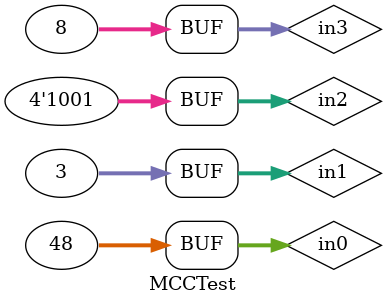
<source format=v>
`timescale 1ns / 1ps


module MCCTest;
    reg [31:0] in0, in1, in3;//src1,src2,ramin
    reg [3:0] in2;//opcode
    wire rw;//rwflag
    wire ldr, add;//select for address and ldr mux
    wire [31:0] ramout,databus;
    wire [15:0] addbus;
    initial
    begin
    #0  in0=32'b11; in1=32'b100001; in2=4'b1010;in3=32'b1000;
    #10 in0=32'b110; in1=32'b10001; in2=4'b1010;in3=32'b1000;
    #10 in0=32'b1100; in1=32'b1001; in2=4'b1001;in3=32'b1000;
    #10 in0=32'b11000; in1=32'b101; in2=4'b1010;in3=32'b1000;
    #10 in0=32'b110000; in1=32'b11; in2=4'b1001;in3=32'b1000;
    end

    initial
    begin
    $monitor($time," src1=%b, src2=%b, opcode=%b, ram in=%b, ram data out=%b, RW flag=%b, sel_ldr=%b, sel_add=%b, address out=%b, data ldr out=%b",in0,in1,in2,in3,ramout,rw,ldr,add,addbus,databus);
    end

    MemoryControl memcrtl(in0,in1,in2,in3,ramout,rw,ldr,add,addbus,databus);

endmodule
</source>
